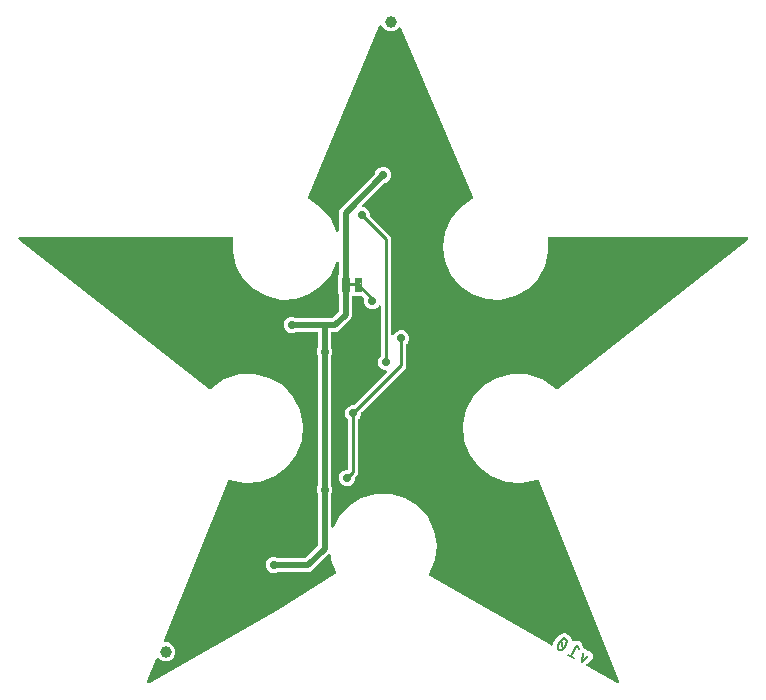
<source format=gbl>
G04 EAGLE Gerber RS-274X export*
G75*
%MOMM*%
%FSLAX34Y34*%
%LPD*%
%INBottom Copper*%
%IPPOS*%
%AMOC8*
5,1,8,0,0,1.08239X$1,22.5*%
G01*
%ADD10C,0.203200*%
%ADD11C,0.099059*%
%ADD12C,1.000000*%
%ADD13C,0.736600*%
%ADD14C,0.254000*%
%ADD15C,0.705600*%
%ADD16C,0.508000*%

G36*
X522292Y11538D02*
X522292Y11538D01*
X522345Y11535D01*
X522450Y11555D01*
X522556Y11567D01*
X522605Y11585D01*
X522657Y11595D01*
X522754Y11641D01*
X522854Y11679D01*
X522897Y11709D01*
X522944Y11731D01*
X523026Y11800D01*
X523114Y11861D01*
X523148Y11901D01*
X523189Y11935D01*
X523251Y12021D01*
X523321Y12103D01*
X523344Y12150D01*
X523375Y12192D01*
X523414Y12292D01*
X523461Y12388D01*
X523472Y12439D01*
X523491Y12488D01*
X523504Y12595D01*
X523526Y12699D01*
X523524Y12752D01*
X523530Y12804D01*
X523517Y12910D01*
X523512Y13017D01*
X523497Y13067D01*
X523490Y13119D01*
X523440Y13272D01*
X455489Y183150D01*
X455477Y183171D01*
X455470Y183195D01*
X455400Y183310D01*
X455334Y183428D01*
X455318Y183446D01*
X455305Y183467D01*
X455209Y183561D01*
X455116Y183659D01*
X455095Y183672D01*
X455078Y183689D01*
X454961Y183757D01*
X454847Y183829D01*
X454823Y183836D01*
X454802Y183848D01*
X454673Y183885D01*
X454544Y183926D01*
X454520Y183927D01*
X454496Y183934D01*
X454361Y183937D01*
X454227Y183945D01*
X454203Y183940D01*
X454178Y183941D01*
X454047Y183910D01*
X453914Y183884D01*
X453892Y183874D01*
X453868Y183868D01*
X453721Y183803D01*
X453439Y183655D01*
X440687Y181055D01*
X427715Y182098D01*
X415542Y186701D01*
X405125Y194503D01*
X397284Y204891D01*
X392636Y217047D01*
X391544Y230015D01*
X394097Y242777D01*
X400092Y254328D01*
X409058Y263761D01*
X420291Y270333D01*
X432907Y273529D01*
X445914Y273096D01*
X458290Y269069D01*
X469061Y261765D01*
X469746Y260941D01*
X469820Y260872D01*
X469888Y260796D01*
X469936Y260763D01*
X469978Y260724D01*
X470067Y260675D01*
X470152Y260618D01*
X470207Y260599D01*
X470257Y260571D01*
X470356Y260546D01*
X470452Y260512D01*
X470509Y260507D01*
X470566Y260493D01*
X470667Y260493D01*
X470768Y260484D01*
X470826Y260493D01*
X470884Y260493D01*
X470982Y260519D01*
X471082Y260535D01*
X471135Y260559D01*
X471191Y260573D01*
X471280Y260622D01*
X471374Y260663D01*
X471451Y260717D01*
X471470Y260727D01*
X471480Y260736D01*
X471506Y260754D01*
X632328Y387114D01*
X632367Y387154D01*
X632412Y387186D01*
X632478Y387266D01*
X632551Y387340D01*
X632579Y387388D01*
X632615Y387431D01*
X632659Y387525D01*
X632711Y387615D01*
X632727Y387669D01*
X632750Y387719D01*
X632770Y387821D01*
X632798Y387921D01*
X632800Y387977D01*
X632810Y388032D01*
X632804Y388135D01*
X632806Y388239D01*
X632794Y388293D01*
X632790Y388349D01*
X632758Y388447D01*
X632735Y388549D01*
X632709Y388598D01*
X632692Y388651D01*
X632637Y388739D01*
X632589Y388831D01*
X632552Y388873D01*
X632522Y388920D01*
X632447Y388991D01*
X632378Y389069D01*
X632331Y389100D01*
X632291Y389138D01*
X632200Y389188D01*
X632114Y389246D01*
X632061Y389265D01*
X632012Y389292D01*
X631912Y389317D01*
X631814Y389352D01*
X631758Y389357D01*
X631704Y389371D01*
X631543Y389381D01*
X464577Y389381D01*
X464432Y389363D01*
X464285Y389347D01*
X464274Y389343D01*
X464262Y389341D01*
X464125Y389287D01*
X463987Y389236D01*
X463977Y389229D01*
X463966Y389224D01*
X463847Y389138D01*
X463726Y389054D01*
X463718Y389045D01*
X463709Y389038D01*
X463615Y388924D01*
X463519Y388813D01*
X463514Y388802D01*
X463506Y388793D01*
X463443Y388660D01*
X463378Y388528D01*
X463375Y388516D01*
X463370Y388505D01*
X463343Y388361D01*
X463312Y388216D01*
X463312Y388200D01*
X463311Y388193D01*
X463312Y388177D01*
X463309Y388055D01*
X463812Y376782D01*
X460951Y364707D01*
X454895Y353876D01*
X446105Y345116D01*
X435254Y339096D01*
X423170Y336274D01*
X410775Y336868D01*
X399015Y340831D01*
X388789Y347861D01*
X380878Y357421D01*
X375884Y368781D01*
X374190Y381074D01*
X375924Y393362D01*
X380956Y404705D01*
X388899Y414239D01*
X399148Y421235D01*
X399273Y421277D01*
X399284Y421282D01*
X399297Y421285D01*
X399427Y421351D01*
X399560Y421414D01*
X399569Y421422D01*
X399581Y421428D01*
X399691Y421524D01*
X399803Y421619D01*
X399810Y421629D01*
X399820Y421637D01*
X399903Y421758D01*
X399988Y421877D01*
X399993Y421889D01*
X400000Y421899D01*
X400050Y422037D01*
X400103Y422174D01*
X400105Y422186D01*
X400109Y422198D01*
X400123Y422344D01*
X400141Y422490D01*
X400139Y422502D01*
X400140Y422515D01*
X400118Y422660D01*
X400099Y422805D01*
X400094Y422817D01*
X400092Y422829D01*
X400038Y422981D01*
X338684Y566140D01*
X338663Y566176D01*
X338649Y566216D01*
X338583Y566313D01*
X338523Y566414D01*
X338494Y566444D01*
X338470Y566479D01*
X338382Y566557D01*
X338299Y566640D01*
X338263Y566661D01*
X338232Y566689D01*
X338127Y566743D01*
X338026Y566803D01*
X337986Y566815D01*
X337949Y566834D01*
X337834Y566860D01*
X337721Y566893D01*
X337679Y566894D01*
X337638Y566903D01*
X337521Y566900D01*
X337403Y566904D01*
X337362Y566895D01*
X337320Y566894D01*
X337207Y566861D01*
X337093Y566836D01*
X337055Y566817D01*
X337015Y566805D01*
X336914Y566746D01*
X336809Y566693D01*
X336777Y566665D01*
X336741Y566644D01*
X336620Y566537D01*
X334759Y564677D01*
X331801Y563451D01*
X328599Y563451D01*
X325641Y564677D01*
X323377Y566941D01*
X323002Y567846D01*
X322933Y567966D01*
X322869Y568088D01*
X322855Y568104D01*
X322844Y568123D01*
X322748Y568221D01*
X322656Y568324D01*
X322638Y568335D01*
X322623Y568351D01*
X322505Y568423D01*
X322390Y568499D01*
X322370Y568506D01*
X322352Y568517D01*
X322220Y568558D01*
X322090Y568603D01*
X322068Y568604D01*
X322048Y568611D01*
X321910Y568617D01*
X321773Y568629D01*
X321752Y568625D01*
X321730Y568626D01*
X321595Y568598D01*
X321459Y568575D01*
X321440Y568566D01*
X321419Y568562D01*
X321295Y568501D01*
X321169Y568445D01*
X321152Y568431D01*
X321133Y568422D01*
X321028Y568333D01*
X320920Y568247D01*
X320907Y568230D01*
X320891Y568216D01*
X320811Y568103D01*
X320729Y567993D01*
X320715Y567966D01*
X320708Y567956D01*
X320700Y567936D01*
X320657Y567849D01*
X260299Y422988D01*
X260297Y422982D01*
X260294Y422977D01*
X260255Y422829D01*
X260214Y422682D01*
X260214Y422676D01*
X260212Y422670D01*
X260211Y422517D01*
X260208Y422364D01*
X260210Y422358D01*
X260210Y422352D01*
X260247Y422203D01*
X260282Y422054D01*
X260285Y422049D01*
X260286Y422043D01*
X260359Y421909D01*
X260430Y421773D01*
X260434Y421768D01*
X260437Y421763D01*
X260540Y421651D01*
X260644Y421537D01*
X260649Y421534D01*
X260653Y421529D01*
X260782Y421446D01*
X260909Y421362D01*
X260915Y421360D01*
X260920Y421357D01*
X261069Y421296D01*
X261252Y421235D01*
X271501Y414239D01*
X279444Y404705D01*
X283955Y394536D01*
X283983Y394489D01*
X284003Y394439D01*
X284065Y394354D01*
X284119Y394263D01*
X284158Y394226D01*
X284189Y394182D01*
X284271Y394114D01*
X284346Y394041D01*
X284393Y394013D01*
X284434Y393979D01*
X284530Y393934D01*
X284621Y393881D01*
X284673Y393866D01*
X284722Y393843D01*
X284826Y393824D01*
X284927Y393795D01*
X284981Y393794D01*
X285035Y393784D01*
X285140Y393790D01*
X285245Y393788D01*
X285298Y393800D01*
X285352Y393803D01*
X285452Y393836D01*
X285555Y393860D01*
X285603Y393885D01*
X285654Y393901D01*
X285744Y393958D01*
X285837Y394006D01*
X285877Y394043D01*
X285923Y394072D01*
X285996Y394149D01*
X286074Y394219D01*
X286104Y394264D01*
X286141Y394303D01*
X286192Y394396D01*
X286251Y394483D01*
X286268Y394534D01*
X286295Y394582D01*
X286321Y394684D01*
X286356Y394783D01*
X286361Y394837D01*
X286374Y394890D01*
X286384Y395050D01*
X286384Y411195D01*
X287235Y413249D01*
X316822Y442835D01*
X316827Y442843D01*
X316835Y442848D01*
X316925Y442968D01*
X317017Y443087D01*
X317020Y443095D01*
X317026Y443102D01*
X317097Y443247D01*
X318143Y445773D01*
X320037Y447667D01*
X322511Y448692D01*
X325189Y448692D01*
X327663Y447667D01*
X329557Y445773D01*
X330582Y443299D01*
X330582Y440621D01*
X329557Y438147D01*
X327663Y436253D01*
X325137Y435207D01*
X325129Y435202D01*
X325120Y435200D01*
X324991Y435123D01*
X324861Y435049D01*
X324854Y435043D01*
X324846Y435038D01*
X324725Y434932D01*
X306362Y416568D01*
X306277Y416459D01*
X306188Y416352D01*
X306180Y416333D01*
X306167Y416317D01*
X306112Y416189D01*
X306053Y416064D01*
X306049Y416044D01*
X306041Y416025D01*
X306019Y415887D01*
X305993Y415751D01*
X305994Y415731D01*
X305991Y415711D01*
X306004Y415572D01*
X306013Y415434D01*
X306019Y415415D01*
X306021Y415395D01*
X306068Y415263D01*
X306111Y415132D01*
X306122Y415114D01*
X306128Y415095D01*
X306206Y414980D01*
X306281Y414863D01*
X306296Y414849D01*
X306307Y414832D01*
X306411Y414740D01*
X306512Y414645D01*
X306530Y414635D01*
X306545Y414622D01*
X306669Y414558D01*
X306791Y414491D01*
X306811Y414486D01*
X306829Y414477D01*
X306964Y414447D01*
X307099Y414412D01*
X307127Y414410D01*
X307139Y414407D01*
X307159Y414408D01*
X307260Y414402D01*
X307409Y414402D01*
X309883Y413377D01*
X311777Y411483D01*
X312802Y409009D01*
X312802Y407572D01*
X312814Y407473D01*
X312817Y407374D01*
X312834Y407316D01*
X312842Y407256D01*
X312878Y407164D01*
X312906Y407069D01*
X312936Y407017D01*
X312959Y406960D01*
X313017Y406880D01*
X313067Y406795D01*
X313133Y406720D01*
X313145Y406703D01*
X313155Y406695D01*
X313173Y406674D01*
X330709Y389139D01*
X330709Y307268D01*
X330717Y307198D01*
X330716Y307129D01*
X330737Y307041D01*
X330749Y306952D01*
X330774Y306887D01*
X330791Y306819D01*
X330833Y306740D01*
X330866Y306656D01*
X330907Y306600D01*
X330939Y306538D01*
X331000Y306472D01*
X331052Y306399D01*
X331106Y306354D01*
X331153Y306303D01*
X331228Y306254D01*
X331297Y306196D01*
X331361Y306166D01*
X331419Y306128D01*
X331504Y306099D01*
X331585Y306061D01*
X331654Y306048D01*
X331720Y306025D01*
X331809Y306018D01*
X331897Y306001D01*
X331967Y306005D01*
X332037Y306000D01*
X332125Y306015D01*
X332215Y306021D01*
X332281Y306042D01*
X332350Y306054D01*
X332432Y306091D01*
X332517Y306119D01*
X332576Y306156D01*
X332640Y306185D01*
X332710Y306241D01*
X332786Y306289D01*
X332834Y306340D01*
X332888Y306383D01*
X332942Y306455D01*
X333004Y306521D01*
X333038Y306582D01*
X333080Y306637D01*
X333151Y306782D01*
X333383Y307343D01*
X335277Y309237D01*
X337751Y310262D01*
X340429Y310262D01*
X342903Y309237D01*
X344797Y307343D01*
X345822Y304869D01*
X345822Y302191D01*
X344797Y299717D01*
X343780Y298700D01*
X343720Y298622D01*
X343652Y298550D01*
X343623Y298497D01*
X343586Y298449D01*
X343546Y298358D01*
X343498Y298271D01*
X343483Y298213D01*
X343459Y298157D01*
X343444Y298059D01*
X343419Y297964D01*
X343413Y297864D01*
X343409Y297843D01*
X343411Y297831D01*
X343409Y297803D01*
X343409Y278881D01*
X305553Y241026D01*
X305493Y240948D01*
X305425Y240875D01*
X305396Y240822D01*
X305359Y240775D01*
X305319Y240684D01*
X305271Y240597D01*
X305256Y240538D01*
X305232Y240483D01*
X305217Y240385D01*
X305192Y240289D01*
X305186Y240189D01*
X305182Y240169D01*
X305184Y240156D01*
X305182Y240128D01*
X305182Y238691D01*
X304157Y236217D01*
X303140Y235200D01*
X303080Y235122D01*
X303012Y235050D01*
X302983Y234997D01*
X302946Y234949D01*
X302906Y234858D01*
X302858Y234771D01*
X302843Y234713D01*
X302819Y234657D01*
X302804Y234559D01*
X302779Y234464D01*
X302773Y234364D01*
X302769Y234343D01*
X302771Y234331D01*
X302769Y234303D01*
X302769Y188711D01*
X300473Y186416D01*
X300413Y186338D01*
X300345Y186265D01*
X300316Y186212D01*
X300279Y186165D01*
X300239Y186074D01*
X300191Y185987D01*
X300176Y185928D01*
X300152Y185873D01*
X300137Y185775D01*
X300112Y185679D01*
X300106Y185579D01*
X300102Y185559D01*
X300104Y185546D01*
X300102Y185518D01*
X300102Y184081D01*
X299077Y181607D01*
X297183Y179713D01*
X294709Y178688D01*
X292031Y178688D01*
X289557Y179713D01*
X287663Y181607D01*
X286638Y184081D01*
X286638Y186759D01*
X287663Y189233D01*
X289557Y191127D01*
X292031Y192152D01*
X292862Y192152D01*
X292980Y192167D01*
X293099Y192174D01*
X293137Y192187D01*
X293178Y192192D01*
X293288Y192235D01*
X293401Y192272D01*
X293436Y192294D01*
X293473Y192309D01*
X293569Y192378D01*
X293670Y192442D01*
X293698Y192472D01*
X293731Y192495D01*
X293807Y192587D01*
X293888Y192674D01*
X293908Y192709D01*
X293933Y192740D01*
X293984Y192848D01*
X294042Y192952D01*
X294052Y192992D01*
X294069Y193028D01*
X294091Y193145D01*
X294121Y193260D01*
X294125Y193320D01*
X294129Y193340D01*
X294127Y193361D01*
X294131Y193421D01*
X294131Y234303D01*
X294119Y234401D01*
X294116Y234500D01*
X294099Y234558D01*
X294091Y234618D01*
X294055Y234710D01*
X294027Y234806D01*
X293997Y234858D01*
X293974Y234914D01*
X293916Y234994D01*
X293866Y235080D01*
X293800Y235155D01*
X293788Y235171D01*
X293778Y235179D01*
X293760Y235200D01*
X292743Y236217D01*
X291718Y238691D01*
X291718Y241369D01*
X292743Y243843D01*
X294637Y245737D01*
X297111Y246762D01*
X298548Y246762D01*
X298647Y246774D01*
X298746Y246777D01*
X298804Y246794D01*
X298864Y246802D01*
X298956Y246838D01*
X299051Y246866D01*
X299103Y246896D01*
X299160Y246919D01*
X299240Y246977D01*
X299325Y247027D01*
X299400Y247093D01*
X299417Y247105D01*
X299425Y247115D01*
X299446Y247133D01*
X326624Y274312D01*
X326709Y274421D01*
X326798Y274528D01*
X326806Y274547D01*
X326819Y274563D01*
X326874Y274691D01*
X326933Y274816D01*
X326937Y274836D01*
X326945Y274855D01*
X326967Y274993D01*
X326993Y275129D01*
X326992Y275149D01*
X326995Y275169D01*
X326982Y275308D01*
X326973Y275446D01*
X326967Y275465D01*
X326965Y275485D01*
X326918Y275616D01*
X326875Y275748D01*
X326865Y275766D01*
X326858Y275785D01*
X326780Y275900D01*
X326705Y276017D01*
X326690Y276031D01*
X326679Y276048D01*
X326575Y276140D01*
X326474Y276235D01*
X326456Y276245D01*
X326441Y276258D01*
X326317Y276321D01*
X326195Y276389D01*
X326175Y276394D01*
X326157Y276403D01*
X326022Y276433D01*
X325887Y276468D01*
X325859Y276470D01*
X325847Y276473D01*
X325827Y276472D01*
X325726Y276478D01*
X325051Y276478D01*
X322577Y277503D01*
X320683Y279397D01*
X319658Y281871D01*
X319658Y284549D01*
X320683Y287023D01*
X321700Y288040D01*
X321760Y288118D01*
X321828Y288190D01*
X321857Y288243D01*
X321894Y288291D01*
X321934Y288382D01*
X321982Y288469D01*
X321997Y288527D01*
X322021Y288583D01*
X322036Y288681D01*
X322061Y288776D01*
X322067Y288876D01*
X322071Y288897D01*
X322069Y288909D01*
X322071Y288937D01*
X322071Y330188D01*
X322054Y330325D01*
X322041Y330464D01*
X322034Y330483D01*
X322031Y330503D01*
X321980Y330632D01*
X321933Y330764D01*
X321922Y330780D01*
X321914Y330799D01*
X321833Y330912D01*
X321755Y331027D01*
X321739Y331040D01*
X321728Y331056D01*
X321620Y331145D01*
X321516Y331237D01*
X321498Y331246D01*
X321483Y331259D01*
X321357Y331319D01*
X321233Y331382D01*
X321213Y331386D01*
X321195Y331395D01*
X321058Y331421D01*
X320923Y331451D01*
X320902Y331451D01*
X320883Y331455D01*
X320744Y331446D01*
X320605Y331442D01*
X320585Y331436D01*
X320565Y331435D01*
X320433Y331392D01*
X320299Y331353D01*
X320282Y331343D01*
X320263Y331337D01*
X320145Y331262D01*
X320025Y331192D01*
X320004Y331173D01*
X319994Y331167D01*
X319980Y331152D01*
X319905Y331085D01*
X318392Y329573D01*
X315918Y328548D01*
X313240Y328548D01*
X310766Y329573D01*
X308872Y331467D01*
X307847Y333941D01*
X307847Y336626D01*
X307855Y336642D01*
X307884Y336769D01*
X307918Y336894D01*
X307918Y336923D01*
X307925Y336952D01*
X307921Y337082D01*
X307923Y337212D01*
X307916Y337241D01*
X307915Y337270D01*
X307879Y337395D01*
X307849Y337521D01*
X307835Y337547D01*
X307827Y337576D01*
X307761Y337687D01*
X307700Y337802D01*
X307680Y337824D01*
X307665Y337850D01*
X307559Y337970D01*
X306050Y339480D01*
X305972Y339540D01*
X305900Y339608D01*
X305846Y339637D01*
X305799Y339674D01*
X305708Y339714D01*
X305621Y339762D01*
X305562Y339777D01*
X305507Y339801D01*
X305409Y339816D01*
X305313Y339841D01*
X305213Y339847D01*
X305193Y339851D01*
X305180Y339849D01*
X305152Y339851D01*
X298831Y339851D01*
X298713Y339836D01*
X298594Y339829D01*
X298556Y339816D01*
X298515Y339811D01*
X298405Y339768D01*
X298292Y339731D01*
X298257Y339709D01*
X298220Y339694D01*
X298124Y339625D01*
X298023Y339561D01*
X297995Y339531D01*
X297962Y339508D01*
X297886Y339416D01*
X297805Y339329D01*
X297785Y339294D01*
X297760Y339263D01*
X297709Y339155D01*
X297651Y339051D01*
X297641Y339011D01*
X297624Y338975D01*
X297602Y338858D01*
X297572Y338743D01*
X297568Y338683D01*
X297564Y338663D01*
X297566Y338642D01*
X297562Y338582D01*
X297562Y322611D01*
X296711Y320557D01*
X286376Y310222D01*
X284322Y309371D01*
X281051Y309371D01*
X280933Y309356D01*
X280814Y309349D01*
X280776Y309336D01*
X280735Y309331D01*
X280625Y309288D01*
X280512Y309251D01*
X280477Y309229D01*
X280440Y309214D01*
X280344Y309145D01*
X280243Y309081D01*
X280215Y309051D01*
X280182Y309028D01*
X280106Y308936D01*
X280025Y308849D01*
X280005Y308814D01*
X279980Y308783D01*
X279929Y308675D01*
X279871Y308571D01*
X279861Y308531D01*
X279844Y308495D01*
X279822Y308378D01*
X279792Y308263D01*
X279788Y308203D01*
X279784Y308183D01*
X279786Y308162D01*
X279782Y308102D01*
X279782Y296451D01*
X279783Y296442D01*
X279782Y296433D01*
X279803Y296284D01*
X279822Y296135D01*
X279825Y296127D01*
X279826Y296118D01*
X279878Y295965D01*
X280925Y293439D01*
X280925Y290761D01*
X279878Y288235D01*
X279876Y288226D01*
X279871Y288218D01*
X279834Y288071D01*
X279794Y287928D01*
X279794Y287919D01*
X279792Y287910D01*
X279782Y287749D01*
X279782Y179611D01*
X279783Y179602D01*
X279782Y179593D01*
X279803Y179444D01*
X279822Y179295D01*
X279825Y179287D01*
X279826Y179278D01*
X279878Y179125D01*
X280925Y176599D01*
X280925Y173921D01*
X279878Y171395D01*
X279876Y171386D01*
X279871Y171378D01*
X279834Y171232D01*
X279794Y171088D01*
X279794Y171079D01*
X279792Y171070D01*
X279782Y170909D01*
X279782Y144713D01*
X279786Y144678D01*
X279784Y144644D01*
X279806Y144521D01*
X279822Y144397D01*
X279834Y144365D01*
X279841Y144331D01*
X279893Y144217D01*
X279939Y144101D01*
X279959Y144073D01*
X279973Y144042D01*
X280052Y143945D01*
X280125Y143844D01*
X280152Y143822D01*
X280174Y143795D01*
X280274Y143721D01*
X280370Y143641D01*
X280402Y143626D01*
X280430Y143606D01*
X280546Y143559D01*
X280658Y143506D01*
X280692Y143499D01*
X280724Y143486D01*
X280848Y143469D01*
X280970Y143446D01*
X281005Y143448D01*
X281039Y143443D01*
X281163Y143458D01*
X281288Y143466D01*
X281321Y143476D01*
X281355Y143480D01*
X281472Y143525D01*
X281590Y143564D01*
X281620Y143582D01*
X281652Y143595D01*
X281754Y143667D01*
X281859Y143734D01*
X281883Y143759D01*
X281911Y143779D01*
X281992Y143875D01*
X282077Y143966D01*
X282094Y143996D01*
X282116Y144022D01*
X282195Y144163D01*
X286063Y152211D01*
X294526Y161692D01*
X305284Y168458D01*
X317496Y171979D01*
X330204Y171979D01*
X342416Y168458D01*
X353174Y161692D01*
X361637Y152211D01*
X367142Y140757D01*
X369259Y128226D01*
X367821Y115599D01*
X362873Y103698D01*
X362870Y103689D01*
X362865Y103680D01*
X362858Y103652D01*
X362844Y103624D01*
X362827Y103540D01*
X362800Y103460D01*
X362797Y103423D01*
X362789Y103392D01*
X362789Y103382D01*
X362786Y103372D01*
X362783Y103332D01*
X362779Y103312D01*
X362781Y103286D01*
X362776Y103211D01*
X362780Y103179D01*
X362777Y103142D01*
X362784Y103106D01*
X362783Y103074D01*
X362792Y103038D01*
X362794Y102994D01*
X362810Y102942D01*
X362816Y102896D01*
X362827Y102867D01*
X362834Y102829D01*
X362850Y102795D01*
X362857Y102765D01*
X362874Y102732D01*
X362887Y102690D01*
X362915Y102643D01*
X362933Y102600D01*
X362951Y102575D01*
X362967Y102540D01*
X362991Y102510D01*
X363005Y102483D01*
X363029Y102457D01*
X363052Y102419D01*
X363092Y102380D01*
X363119Y102343D01*
X363143Y102323D01*
X363167Y102293D01*
X363198Y102270D01*
X363219Y102248D01*
X363249Y102228D01*
X363280Y102197D01*
X363353Y102149D01*
X363364Y102140D01*
X363375Y102135D01*
X363415Y102109D01*
X465898Y43547D01*
X465990Y43509D01*
X466078Y43462D01*
X466136Y43448D01*
X466191Y43425D01*
X466290Y43411D01*
X466387Y43387D01*
X466447Y43388D01*
X466506Y43380D01*
X466605Y43391D01*
X466705Y43392D01*
X466763Y43408D01*
X466822Y43414D01*
X466915Y43450D01*
X467012Y43476D01*
X467064Y43505D01*
X467120Y43526D01*
X467202Y43584D01*
X467288Y43633D01*
X467331Y43675D01*
X467380Y43709D01*
X467445Y43785D01*
X467517Y43854D01*
X467548Y43905D01*
X467587Y43951D01*
X467631Y44040D01*
X467683Y44125D01*
X467701Y44182D01*
X467727Y44236D01*
X467748Y44334D01*
X467777Y44429D01*
X467788Y44527D01*
X467792Y44547D01*
X467792Y44560D01*
X467795Y44589D01*
X467832Y45362D01*
X469257Y47964D01*
X469281Y48009D01*
X470681Y50566D01*
X471872Y51410D01*
X471973Y51502D01*
X472077Y51591D01*
X472097Y51616D01*
X472106Y51625D01*
X472118Y51642D01*
X472178Y51717D01*
X472403Y52039D01*
X472520Y52059D01*
X472634Y52095D01*
X472749Y52122D01*
X472785Y52141D01*
X472824Y52153D01*
X472925Y52215D01*
X473030Y52271D01*
X473077Y52309D01*
X473095Y52320D01*
X473109Y52334D01*
X473156Y52372D01*
X474193Y53319D01*
X478176Y53796D01*
X479697Y52963D01*
X479935Y52833D01*
X481694Y51870D01*
X483507Y48113D01*
X483508Y48104D01*
X483532Y48038D01*
X483546Y47969D01*
X483585Y47889D01*
X483616Y47805D01*
X483655Y47747D01*
X483686Y47684D01*
X483744Y47616D01*
X483795Y47542D01*
X483848Y47496D01*
X483893Y47442D01*
X483966Y47391D01*
X484034Y47332D01*
X484096Y47300D01*
X484154Y47260D01*
X484237Y47228D01*
X484317Y47188D01*
X484385Y47173D01*
X484451Y47148D01*
X484540Y47138D01*
X484627Y47119D01*
X484698Y47121D01*
X484767Y47113D01*
X484856Y47126D01*
X484945Y47129D01*
X485067Y47156D01*
X485082Y47158D01*
X485088Y47161D01*
X485102Y47164D01*
X486584Y47597D01*
X486597Y47603D01*
X486716Y47644D01*
X488033Y48193D01*
X488131Y48167D01*
X488160Y48166D01*
X488189Y48160D01*
X488319Y48164D01*
X488449Y48162D01*
X488461Y48165D01*
X489701Y47486D01*
X489715Y47481D01*
X489828Y47426D01*
X491147Y46883D01*
X491198Y46795D01*
X491218Y46774D01*
X491234Y46749D01*
X491329Y46660D01*
X491420Y46567D01*
X491430Y46560D01*
X491827Y45203D01*
X491833Y45190D01*
X491874Y45071D01*
X493337Y41561D01*
X493374Y41498D01*
X493402Y41429D01*
X493453Y41360D01*
X493496Y41285D01*
X493547Y41233D01*
X493591Y41173D01*
X493658Y41119D01*
X493717Y41058D01*
X493780Y41019D01*
X493838Y40973D01*
X493916Y40937D01*
X493989Y40892D01*
X494059Y40870D01*
X494126Y40840D01*
X494283Y40801D01*
X495626Y40558D01*
X496575Y39188D01*
X496595Y39166D01*
X496610Y39140D01*
X496701Y39047D01*
X496788Y38951D01*
X496813Y38935D01*
X496834Y38913D01*
X496945Y38847D01*
X497053Y38775D01*
X497081Y38765D01*
X497106Y38750D01*
X497230Y38713D01*
X497353Y38670D01*
X497382Y38667D01*
X497411Y38659D01*
X497571Y38642D01*
X499237Y38580D01*
X501528Y36112D01*
X501403Y32747D01*
X496341Y28050D01*
X496243Y27933D01*
X496144Y27818D01*
X496141Y27811D01*
X496137Y27806D01*
X496071Y27668D01*
X496004Y27532D01*
X496003Y27525D01*
X496000Y27519D01*
X495971Y27371D01*
X495939Y27221D01*
X495939Y27214D01*
X495938Y27207D01*
X495947Y27055D01*
X495954Y26903D01*
X495956Y26896D01*
X495956Y26889D01*
X496002Y26743D01*
X496047Y26599D01*
X496050Y26593D01*
X496052Y26586D01*
X496133Y26457D01*
X496212Y26328D01*
X496217Y26323D01*
X496221Y26317D01*
X496332Y26211D01*
X496440Y26106D01*
X496448Y26101D01*
X496452Y26097D01*
X496461Y26092D01*
X496575Y26017D01*
X521631Y11699D01*
X521680Y11679D01*
X521724Y11651D01*
X521826Y11618D01*
X521925Y11577D01*
X521977Y11570D01*
X522027Y11554D01*
X522134Y11547D01*
X522240Y11532D01*
X522292Y11538D01*
G37*
G36*
X125565Y11544D02*
X125565Y11544D01*
X125617Y11544D01*
X125720Y11573D01*
X125826Y11592D01*
X125873Y11614D01*
X125924Y11628D01*
X126069Y11699D01*
X235068Y73984D01*
X235079Y73993D01*
X235111Y74010D01*
X283458Y104227D01*
X283469Y104236D01*
X283483Y104243D01*
X283592Y104337D01*
X283704Y104428D01*
X283713Y104440D01*
X283724Y104449D01*
X283808Y104568D01*
X283893Y104684D01*
X283899Y104698D01*
X283907Y104710D01*
X283958Y104846D01*
X284012Y104979D01*
X284014Y104993D01*
X284019Y105007D01*
X284035Y105151D01*
X284054Y105294D01*
X284053Y105309D01*
X284054Y105323D01*
X284034Y105466D01*
X284017Y105610D01*
X284011Y105624D01*
X284009Y105638D01*
X283957Y105791D01*
X279879Y115599D01*
X279381Y119975D01*
X279365Y120040D01*
X279358Y120108D01*
X279327Y120194D01*
X279305Y120284D01*
X279274Y120343D01*
X279251Y120407D01*
X279199Y120483D01*
X279156Y120564D01*
X279110Y120614D01*
X279072Y120670D01*
X279003Y120731D01*
X278941Y120799D01*
X278884Y120836D01*
X278833Y120880D01*
X278752Y120922D01*
X278675Y120972D01*
X278610Y120994D01*
X278550Y121025D01*
X278461Y121045D01*
X278373Y121075D01*
X278306Y121080D01*
X278240Y121095D01*
X278148Y121092D01*
X278056Y121099D01*
X277990Y121087D01*
X277922Y121085D01*
X277834Y121059D01*
X277743Y121043D01*
X277681Y121015D01*
X277616Y120996D01*
X277537Y120950D01*
X277454Y120912D01*
X277401Y120869D01*
X277343Y120835D01*
X277222Y120728D01*
X277180Y120686D01*
X263516Y107022D01*
X261462Y106171D01*
X235491Y106171D01*
X235482Y106170D01*
X235473Y106171D01*
X235324Y106150D01*
X235175Y106131D01*
X235167Y106128D01*
X235158Y106127D01*
X235005Y106075D01*
X232479Y105028D01*
X229801Y105028D01*
X227327Y106053D01*
X225433Y107947D01*
X224408Y110421D01*
X224408Y113099D01*
X225433Y115573D01*
X227327Y117467D01*
X229801Y118492D01*
X232479Y118492D01*
X235005Y117445D01*
X235014Y117443D01*
X235022Y117438D01*
X235168Y117401D01*
X235312Y117361D01*
X235321Y117361D01*
X235330Y117359D01*
X235491Y117349D01*
X257509Y117349D01*
X257608Y117361D01*
X257707Y117364D01*
X257765Y117381D01*
X257825Y117389D01*
X257917Y117425D01*
X258012Y117453D01*
X258064Y117483D01*
X258121Y117506D01*
X258201Y117564D01*
X258286Y117614D01*
X258361Y117680D01*
X258378Y117692D01*
X258386Y117702D01*
X258407Y117720D01*
X268233Y127546D01*
X268293Y127624D01*
X268361Y127697D01*
X268390Y127750D01*
X268427Y127797D01*
X268467Y127888D01*
X268515Y127975D01*
X268530Y128034D01*
X268554Y128089D01*
X268569Y128187D01*
X268594Y128283D01*
X268600Y128383D01*
X268604Y128403D01*
X268602Y128416D01*
X268604Y128444D01*
X268604Y170909D01*
X268603Y170918D01*
X268604Y170927D01*
X268583Y171076D01*
X268564Y171225D01*
X268561Y171233D01*
X268560Y171242D01*
X268508Y171395D01*
X267461Y173921D01*
X267461Y176599D01*
X268508Y179125D01*
X268510Y179134D01*
X268515Y179142D01*
X268552Y179287D01*
X268592Y179432D01*
X268592Y179441D01*
X268594Y179450D01*
X268604Y179611D01*
X268604Y287749D01*
X268603Y287758D01*
X268604Y287767D01*
X268583Y287916D01*
X268564Y288065D01*
X268561Y288073D01*
X268560Y288082D01*
X268508Y288235D01*
X267461Y290761D01*
X267461Y293439D01*
X268508Y295965D01*
X268510Y295974D01*
X268515Y295982D01*
X268552Y296128D01*
X268592Y296272D01*
X268592Y296281D01*
X268594Y296290D01*
X268604Y296451D01*
X268604Y308102D01*
X268589Y308220D01*
X268582Y308339D01*
X268569Y308377D01*
X268564Y308418D01*
X268521Y308528D01*
X268484Y308641D01*
X268462Y308676D01*
X268447Y308713D01*
X268378Y308809D01*
X268314Y308910D01*
X268284Y308938D01*
X268261Y308971D01*
X268169Y309047D01*
X268082Y309128D01*
X268047Y309148D01*
X268016Y309173D01*
X267908Y309224D01*
X267804Y309282D01*
X267764Y309292D01*
X267728Y309309D01*
X267611Y309331D01*
X267496Y309361D01*
X267436Y309365D01*
X267416Y309369D01*
X267395Y309367D01*
X267335Y309371D01*
X250731Y309371D01*
X250722Y309370D01*
X250712Y309371D01*
X250564Y309350D01*
X250415Y309331D01*
X250407Y309328D01*
X250398Y309327D01*
X250245Y309275D01*
X247719Y308228D01*
X245041Y308228D01*
X242567Y309253D01*
X240673Y311147D01*
X239648Y313621D01*
X239648Y316299D01*
X240673Y318773D01*
X242567Y320667D01*
X245041Y321692D01*
X247719Y321692D01*
X250245Y320645D01*
X250254Y320643D01*
X250262Y320638D01*
X250408Y320601D01*
X250552Y320561D01*
X250561Y320561D01*
X250570Y320559D01*
X250731Y320549D01*
X280369Y320549D01*
X280468Y320561D01*
X280567Y320564D01*
X280625Y320581D01*
X280685Y320589D01*
X280777Y320625D01*
X280872Y320653D01*
X280924Y320683D01*
X280981Y320706D01*
X281061Y320764D01*
X281146Y320814D01*
X281221Y320880D01*
X281238Y320892D01*
X281246Y320902D01*
X281267Y320920D01*
X286013Y325666D01*
X286073Y325744D01*
X286141Y325817D01*
X286170Y325870D01*
X286207Y325917D01*
X286247Y326008D01*
X286295Y326095D01*
X286310Y326154D01*
X286334Y326209D01*
X286349Y326307D01*
X286374Y326403D01*
X286380Y326503D01*
X286384Y326523D01*
X286382Y326536D01*
X286384Y326564D01*
X286384Y340640D01*
X286372Y340738D01*
X286369Y340837D01*
X286352Y340895D01*
X286344Y340955D01*
X286308Y341047D01*
X286280Y341142D01*
X286250Y341194D01*
X286227Y341251D01*
X286169Y341331D01*
X286119Y341416D01*
X286053Y341492D01*
X286041Y341508D01*
X286031Y341516D01*
X286013Y341537D01*
X285622Y341927D01*
X285622Y356573D01*
X286013Y356963D01*
X286073Y357041D01*
X286141Y357113D01*
X286170Y357166D01*
X286207Y357214D01*
X286247Y357305D01*
X286295Y357392D01*
X286310Y357450D01*
X286334Y357506D01*
X286349Y357604D01*
X286374Y357700D01*
X286380Y357800D01*
X286384Y357820D01*
X286382Y357832D01*
X286384Y357860D01*
X286384Y366989D01*
X286377Y367045D01*
X286379Y367101D01*
X286357Y367202D01*
X286344Y367305D01*
X286324Y367357D01*
X286312Y367412D01*
X286265Y367504D01*
X286227Y367601D01*
X286194Y367646D01*
X286169Y367696D01*
X286101Y367774D01*
X286041Y367858D01*
X285997Y367894D01*
X285960Y367936D01*
X285875Y367995D01*
X285796Y368061D01*
X285745Y368085D01*
X285698Y368117D01*
X285601Y368152D01*
X285508Y368196D01*
X285453Y368207D01*
X285400Y368226D01*
X285297Y368237D01*
X285196Y368256D01*
X285139Y368253D01*
X285084Y368258D01*
X284981Y368243D01*
X284878Y368236D01*
X284825Y368219D01*
X284769Y368211D01*
X284674Y368170D01*
X284576Y368138D01*
X284528Y368108D01*
X284476Y368086D01*
X284394Y368023D01*
X284307Y367968D01*
X284268Y367927D01*
X284224Y367893D01*
X284160Y367812D01*
X284089Y367736D01*
X284062Y367687D01*
X284027Y367643D01*
X283953Y367500D01*
X279522Y357421D01*
X271611Y347861D01*
X261385Y340831D01*
X249625Y336868D01*
X237230Y336274D01*
X225146Y339096D01*
X214295Y345116D01*
X205505Y353876D01*
X199449Y364707D01*
X196588Y376782D01*
X197091Y388055D01*
X197079Y388203D01*
X197070Y388349D01*
X197066Y388360D01*
X197065Y388372D01*
X197017Y388512D01*
X196972Y388651D01*
X196965Y388662D01*
X196961Y388673D01*
X196880Y388796D01*
X196801Y388920D01*
X196793Y388928D01*
X196786Y388938D01*
X196677Y389037D01*
X196570Y389138D01*
X196559Y389144D01*
X196550Y389152D01*
X196420Y389221D01*
X196291Y389292D01*
X196280Y389295D01*
X196269Y389300D01*
X196126Y389334D01*
X195983Y389371D01*
X195967Y389372D01*
X195960Y389374D01*
X195944Y389374D01*
X195823Y389381D01*
X16157Y389381D01*
X16101Y389374D01*
X16045Y389376D01*
X15944Y389354D01*
X15841Y389341D01*
X15789Y389321D01*
X15735Y389309D01*
X15642Y389263D01*
X15545Y389224D01*
X15500Y389192D01*
X15450Y389167D01*
X15372Y389099D01*
X15288Y389038D01*
X15252Y388995D01*
X15210Y388958D01*
X15151Y388873D01*
X15085Y388793D01*
X15061Y388742D01*
X15030Y388696D01*
X14994Y388599D01*
X14950Y388505D01*
X14939Y388450D01*
X14920Y388398D01*
X14909Y388294D01*
X14890Y388193D01*
X14893Y388137D01*
X14888Y388081D01*
X14903Y387979D01*
X14910Y387875D01*
X14927Y387822D01*
X14935Y387767D01*
X14976Y387671D01*
X15008Y387573D01*
X15038Y387525D01*
X15059Y387474D01*
X15122Y387392D01*
X15178Y387304D01*
X15218Y387266D01*
X15252Y387221D01*
X15372Y387114D01*
X176194Y260754D01*
X176281Y260702D01*
X176363Y260642D01*
X176417Y260620D01*
X176467Y260591D01*
X176564Y260562D01*
X176658Y260524D01*
X176716Y260517D01*
X176771Y260500D01*
X176873Y260496D01*
X176974Y260483D01*
X177031Y260490D01*
X177089Y260488D01*
X177188Y260509D01*
X177289Y260522D01*
X177343Y260543D01*
X177400Y260555D01*
X177491Y260601D01*
X177585Y260638D01*
X177632Y260672D01*
X177684Y260698D01*
X177761Y260765D01*
X177843Y260824D01*
X177908Y260892D01*
X177924Y260906D01*
X177932Y260918D01*
X177954Y260941D01*
X178639Y261765D01*
X189410Y269069D01*
X201786Y273096D01*
X214793Y273529D01*
X227409Y270333D01*
X238642Y263761D01*
X247608Y254328D01*
X253603Y242777D01*
X256156Y230015D01*
X255064Y217047D01*
X250416Y204891D01*
X242575Y194503D01*
X232158Y186701D01*
X219985Y182098D01*
X207013Y181055D01*
X194261Y183655D01*
X193979Y183803D01*
X193956Y183811D01*
X193935Y183825D01*
X193807Y183867D01*
X193681Y183914D01*
X193656Y183917D01*
X193633Y183924D01*
X193498Y183933D01*
X193364Y183947D01*
X193340Y183944D01*
X193316Y183946D01*
X193183Y183921D01*
X193050Y183901D01*
X193027Y183892D01*
X193003Y183887D01*
X192881Y183830D01*
X192756Y183778D01*
X192737Y183764D01*
X192715Y183753D01*
X192611Y183668D01*
X192503Y183586D01*
X192488Y183567D01*
X192469Y183552D01*
X192389Y183443D01*
X192305Y183337D01*
X192295Y183315D01*
X192281Y183295D01*
X192211Y183150D01*
X138107Y47889D01*
X138097Y47849D01*
X138079Y47811D01*
X138057Y47696D01*
X138027Y47582D01*
X138027Y47540D01*
X138019Y47498D01*
X138026Y47381D01*
X138026Y47264D01*
X138036Y47223D01*
X138039Y47181D01*
X138075Y47069D01*
X138104Y46955D01*
X138124Y46918D01*
X138137Y46879D01*
X138200Y46779D01*
X138256Y46676D01*
X138284Y46645D01*
X138307Y46610D01*
X138393Y46529D01*
X138473Y46443D01*
X138508Y46421D01*
X138539Y46392D01*
X138642Y46335D01*
X138740Y46272D01*
X138780Y46259D01*
X138817Y46238D01*
X138931Y46209D01*
X139043Y46172D01*
X139084Y46169D01*
X139125Y46159D01*
X139286Y46149D01*
X141301Y46149D01*
X144259Y44923D01*
X146523Y42659D01*
X147749Y39701D01*
X147749Y36499D01*
X146523Y33541D01*
X144259Y31277D01*
X141301Y30051D01*
X138099Y30051D01*
X135141Y31277D01*
X133874Y32543D01*
X133829Y32578D01*
X133790Y32620D01*
X133704Y32675D01*
X133623Y32738D01*
X133570Y32761D01*
X133522Y32792D01*
X133425Y32824D01*
X133331Y32864D01*
X133274Y32873D01*
X133220Y32891D01*
X133118Y32898D01*
X133017Y32914D01*
X132960Y32909D01*
X132903Y32913D01*
X132802Y32894D01*
X132700Y32884D01*
X132646Y32865D01*
X132590Y32855D01*
X132497Y32811D01*
X132401Y32777D01*
X132354Y32745D01*
X132302Y32720D01*
X132223Y32656D01*
X132138Y32598D01*
X132100Y32555D01*
X132056Y32519D01*
X131995Y32437D01*
X131927Y32360D01*
X131901Y32309D01*
X131867Y32262D01*
X131798Y32117D01*
X124260Y13272D01*
X124247Y13222D01*
X124226Y13174D01*
X124207Y13068D01*
X124180Y12965D01*
X124180Y12912D01*
X124171Y12860D01*
X124179Y12753D01*
X124179Y12647D01*
X124192Y12596D01*
X124196Y12543D01*
X124231Y12442D01*
X124257Y12338D01*
X124282Y12292D01*
X124299Y12242D01*
X124358Y12153D01*
X124409Y12059D01*
X124445Y12021D01*
X124474Y11977D01*
X124553Y11905D01*
X124626Y11826D01*
X124670Y11798D01*
X124709Y11763D01*
X124804Y11713D01*
X124894Y11655D01*
X124943Y11638D01*
X124990Y11614D01*
X125094Y11589D01*
X125196Y11555D01*
X125248Y11552D01*
X125299Y11539D01*
X125406Y11541D01*
X125513Y11534D01*
X125565Y11544D01*
G37*
G36*
X304184Y347929D02*
X304184Y347929D01*
X304206Y347933D01*
X304213Y347948D01*
X304222Y347954D01*
X304221Y347964D01*
X304228Y347980D01*
X304228Y350520D01*
X304216Y350539D01*
X304212Y350561D01*
X304197Y350568D01*
X304191Y350577D01*
X304181Y350576D01*
X304165Y350583D01*
X295339Y350583D01*
X295320Y350571D01*
X295297Y350567D01*
X295290Y350552D01*
X295281Y350546D01*
X295283Y350536D01*
X295276Y350520D01*
X295276Y347980D01*
X295288Y347961D01*
X295291Y347939D01*
X295307Y347932D01*
X295313Y347923D01*
X295323Y347924D01*
X295339Y347917D01*
X304165Y347917D01*
X304184Y347929D01*
G37*
D10*
X497403Y34581D02*
X491909Y29481D01*
X493244Y36858D01*
X489469Y40276D02*
X488008Y43779D01*
X482885Y34421D01*
X485485Y32998D02*
X480286Y35844D01*
X478021Y43166D02*
X478120Y43352D01*
X478214Y43539D01*
X478303Y43729D01*
X478388Y43921D01*
X478469Y44115D01*
X478545Y44310D01*
X478616Y44508D01*
X478682Y44707D01*
X478744Y44908D01*
X478801Y45110D01*
X478853Y45313D01*
X478900Y45517D01*
X478942Y45723D01*
X478979Y45930D01*
X479012Y46137D01*
X479039Y46345D01*
X479061Y46554D01*
X479079Y46763D01*
X479091Y46972D01*
X479105Y47061D01*
X479115Y47151D01*
X479121Y47242D01*
X479123Y47333D01*
X479122Y47423D01*
X479116Y47514D01*
X479108Y47604D01*
X479095Y47694D01*
X479079Y47783D01*
X479059Y47871D01*
X479035Y47959D01*
X479008Y48045D01*
X478977Y48131D01*
X478943Y48215D01*
X478905Y48297D01*
X478864Y48378D01*
X478820Y48457D01*
X478772Y48534D01*
X478721Y48609D01*
X478667Y48682D01*
X478610Y48753D01*
X478551Y48821D01*
X478488Y48887D01*
X478423Y48950D01*
X478356Y49010D01*
X478285Y49068D01*
X478213Y49122D01*
X478138Y49174D01*
X478062Y49222D01*
X477983Y49268D01*
X477903Y49309D01*
X477821Y49348D01*
X477737Y49383D01*
X477652Y49415D01*
X477566Y49443D01*
X477479Y49467D01*
X477390Y49488D01*
X477301Y49505D01*
X477212Y49519D01*
X477121Y49529D01*
X477031Y49535D01*
X476940Y49537D01*
X476850Y49536D01*
X476759Y49530D01*
X476669Y49521D01*
X476579Y49509D01*
X476490Y49492D01*
X476401Y49472D01*
X476314Y49449D01*
X476227Y49421D01*
X476142Y49391D01*
X476058Y49356D01*
X475976Y49319D01*
X475895Y49277D01*
X475816Y49233D01*
X475739Y49185D01*
X475664Y49134D01*
X475591Y49081D01*
X475520Y49024D01*
X475452Y48964D01*
X475282Y48841D01*
X475116Y48714D01*
X474952Y48582D01*
X474791Y48447D01*
X474634Y48308D01*
X474480Y48166D01*
X474330Y48019D01*
X474183Y47869D01*
X474040Y47716D01*
X473900Y47559D01*
X473764Y47399D01*
X473632Y47236D01*
X473504Y47070D01*
X473380Y46901D01*
X473260Y46728D01*
X473144Y46553D01*
X473033Y46376D01*
X472926Y46195D01*
X472823Y46012D01*
X478021Y43165D02*
X477918Y42983D01*
X477811Y42802D01*
X477699Y42624D01*
X477583Y42449D01*
X477463Y42277D01*
X477339Y42108D01*
X477211Y41942D01*
X477079Y41778D01*
X476944Y41618D01*
X476804Y41462D01*
X476661Y41308D01*
X476514Y41158D01*
X476363Y41012D01*
X476209Y40869D01*
X476052Y40730D01*
X475892Y40595D01*
X475728Y40464D01*
X475561Y40337D01*
X475391Y40213D01*
X475391Y40214D02*
X475323Y40154D01*
X475252Y40097D01*
X475179Y40044D01*
X475104Y39993D01*
X475027Y39945D01*
X474948Y39901D01*
X474867Y39859D01*
X474785Y39822D01*
X474701Y39787D01*
X474616Y39757D01*
X474529Y39729D01*
X474441Y39706D01*
X474353Y39686D01*
X474264Y39669D01*
X474174Y39657D01*
X474084Y39648D01*
X473993Y39642D01*
X473903Y39641D01*
X473812Y39643D01*
X473722Y39649D01*
X473631Y39659D01*
X473542Y39673D01*
X473453Y39690D01*
X473364Y39711D01*
X473277Y39735D01*
X473191Y39763D01*
X473106Y39795D01*
X473022Y39830D01*
X472940Y39869D01*
X472860Y39910D01*
X471752Y42206D02*
X471764Y42416D01*
X471782Y42625D01*
X471804Y42834D01*
X471831Y43042D01*
X471864Y43249D01*
X471901Y43456D01*
X471943Y43661D01*
X471990Y43866D01*
X472042Y44069D01*
X472099Y44271D01*
X472161Y44472D01*
X472227Y44671D01*
X472298Y44868D01*
X472374Y45064D01*
X472455Y45258D01*
X472540Y45450D01*
X472629Y45640D01*
X472723Y45827D01*
X472822Y46012D01*
X471752Y42206D02*
X471738Y42117D01*
X471728Y42027D01*
X471722Y41936D01*
X471720Y41845D01*
X471721Y41755D01*
X471727Y41664D01*
X471735Y41574D01*
X471748Y41484D01*
X471764Y41395D01*
X471784Y41307D01*
X471808Y41219D01*
X471835Y41133D01*
X471866Y41047D01*
X471900Y40963D01*
X471938Y40881D01*
X471979Y40800D01*
X472023Y40721D01*
X472071Y40644D01*
X472122Y40569D01*
X472176Y40496D01*
X472233Y40425D01*
X472292Y40357D01*
X472355Y40291D01*
X472420Y40228D01*
X472487Y40168D01*
X472558Y40110D01*
X472630Y40055D01*
X472705Y40004D01*
X472781Y39956D01*
X472860Y39910D01*
X476078Y40851D02*
X474765Y48327D01*
D11*
X305194Y355105D02*
X299580Y355105D01*
X305194Y355105D02*
X305194Y343395D01*
X299580Y343395D01*
X299580Y355105D01*
X299580Y344336D02*
X305194Y344336D01*
X305194Y345277D02*
X299580Y345277D01*
X299580Y346218D02*
X305194Y346218D01*
X305194Y347159D02*
X299580Y347159D01*
X299580Y348100D02*
X305194Y348100D01*
X305194Y349041D02*
X299580Y349041D01*
X299580Y349982D02*
X305194Y349982D01*
X305194Y350923D02*
X299580Y350923D01*
X299580Y351864D02*
X305194Y351864D01*
X305194Y352805D02*
X299580Y352805D01*
X299580Y353746D02*
X305194Y353746D01*
X305194Y354687D02*
X299580Y354687D01*
X294780Y355105D02*
X289166Y355105D01*
X294780Y355105D02*
X294780Y343395D01*
X289166Y343395D01*
X289166Y355105D01*
X289166Y344336D02*
X294780Y344336D01*
X294780Y345277D02*
X289166Y345277D01*
X289166Y346218D02*
X294780Y346218D01*
X294780Y347159D02*
X289166Y347159D01*
X289166Y348100D02*
X294780Y348100D01*
X294780Y349041D02*
X289166Y349041D01*
X289166Y349982D02*
X294780Y349982D01*
X294780Y350923D02*
X289166Y350923D01*
X289166Y351864D02*
X294780Y351864D01*
X294780Y352805D02*
X289166Y352805D01*
X289166Y353746D02*
X294780Y353746D01*
X294780Y354687D02*
X289166Y354687D01*
D12*
X139700Y38100D03*
X330200Y571500D03*
D13*
X306070Y407670D03*
D14*
X326390Y387350D01*
X326390Y283210D01*
D13*
X326390Y283210D03*
X298450Y240030D03*
D14*
X339090Y280670D01*
X339090Y303530D01*
D13*
X339090Y303530D03*
X293370Y185420D03*
D14*
X298450Y190500D01*
X298450Y240030D01*
D13*
X152400Y355600D03*
X271780Y342900D03*
X342900Y482600D03*
X486410Y318770D03*
X419100Y101600D03*
X203200Y127000D03*
D15*
X546100Y355600D03*
X368300Y254000D03*
D13*
X246380Y314960D03*
D16*
X274193Y125603D02*
X260350Y111760D01*
X231140Y111760D01*
D13*
X231140Y111760D03*
D16*
X274193Y175260D02*
X274193Y292100D01*
X274193Y175260D02*
X274193Y125603D01*
D13*
X323850Y441960D03*
D16*
X291973Y410083D01*
D13*
X274193Y175260D03*
X274193Y292100D03*
D16*
X274193Y314960D02*
X246380Y314960D01*
X274193Y314960D02*
X274193Y292100D01*
X274193Y314960D02*
X283210Y314960D01*
X291973Y323723D02*
X291973Y349250D01*
X291973Y323723D02*
X283210Y314960D01*
X291973Y349250D02*
X291973Y410083D01*
D13*
X314579Y335280D03*
D14*
X314579Y337058D02*
X302387Y349250D01*
X314579Y337058D02*
X314579Y335280D01*
M02*

</source>
